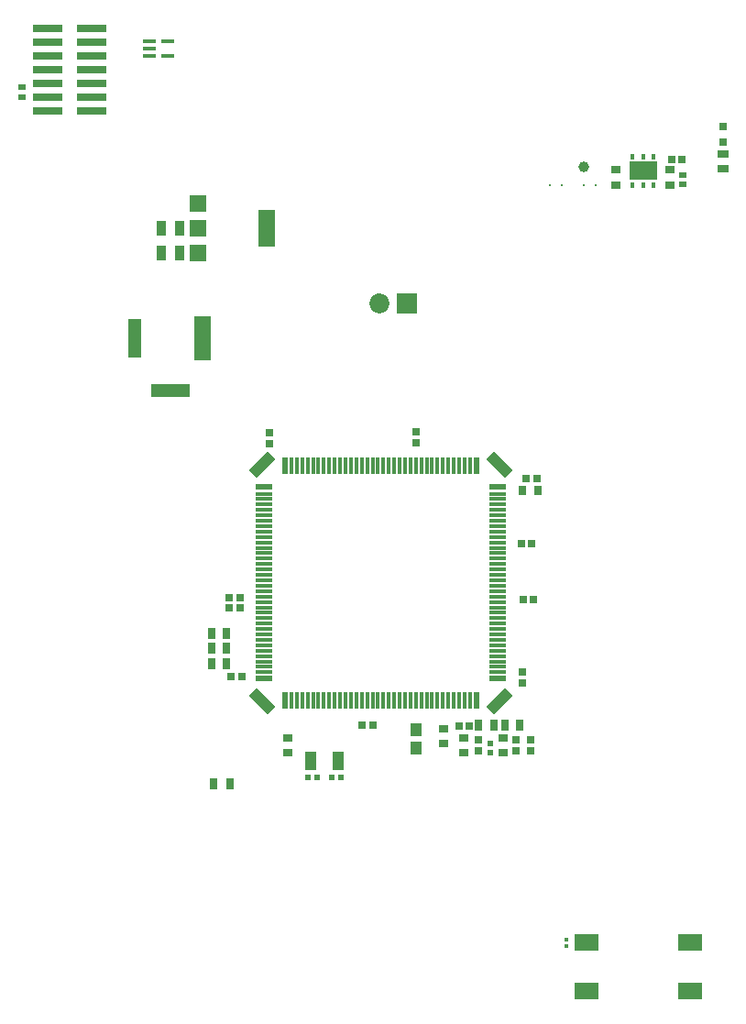
<source format=gbr>
%TF.GenerationSoftware,Altium Limited,Altium Designer,19.1.6 (110)*%
G04 Layer_Color=255*
%FSLAX26Y26*%
%MOIN*%
%TF.FileFunction,Pads,Top*%
%TF.Part,Single*%
G01*
G75*
%TA.AperFunction,SMDPad,CuDef*%
%ADD10R,0.109843X0.029134*%
%ADD11R,0.028346X0.029921*%
%ADD12R,0.043307X0.049213*%
%ADD13R,0.029921X0.028346*%
%ADD14R,0.085039X0.059843*%
%ADD15R,0.064961X0.059055*%
%ADD16R,0.064961X0.137795*%
G04:AMPARAMS|DCode=17|XSize=39.37mil|YSize=98.425mil|CornerRadius=0mil|HoleSize=0mil|Usage=FLASHONLY|Rotation=315.000|XOffset=0mil|YOffset=0mil|HoleType=Round|Shape=Rectangle|*
%AMROTATEDRECTD17*
4,1,4,-0.048718,-0.020879,0.020879,0.048718,0.048718,0.020879,-0.020879,-0.048718,-0.048718,-0.020879,0.0*
%
%ADD17ROTATEDRECTD17*%

G04:AMPARAMS|DCode=18|XSize=39.37mil|YSize=98.425mil|CornerRadius=0mil|HoleSize=0mil|Usage=FLASHONLY|Rotation=225.000|XOffset=0mil|YOffset=0mil|HoleType=Round|Shape=Rectangle|*
%AMROTATEDRECTD18*
4,1,4,-0.020879,0.048718,0.048718,-0.020879,0.020879,-0.048718,-0.048718,0.020879,-0.020879,0.048718,0.0*
%
%ADD18ROTATEDRECTD18*%

%ADD19R,0.011811X0.064961*%
%ADD20R,0.019685X0.064961*%
%ADD21R,0.064961X0.019685*%
%ADD22R,0.064961X0.011811*%
%ADD23R,0.039370X0.070866*%
%ADD24R,0.035433X0.055118*%
%ADD25R,0.035039X0.025197*%
%ADD26R,0.020079X0.022047*%
%ADD27R,0.022047X0.020079*%
%ADD28R,0.031496X0.031496*%
%ADD29R,0.031496X0.031496*%
%ADD30R,0.039370X0.025197*%
%ADD31R,0.027559X0.020079*%
%ADD32R,0.025197X0.039370*%
%ADD33C,0.010000*%
%ADD34C,0.039370*%
%ADD35R,0.098425X0.066929*%
%ADD36R,0.017716X0.019685*%
%ADD37R,0.047244X0.015748*%
%ADD38R,0.012992X0.016732*%
%ADD39R,0.025197X0.035039*%
%ADD40R,0.031496X0.039370*%
%TA.AperFunction,ComponentPad*%
%ADD52R,0.139764X0.051181*%
%ADD53R,0.051181X0.139764*%
%ADD54R,0.061024X0.161417*%
%ADD55C,0.072835*%
%ADD56R,0.072835X0.072835*%
D10*
X172795Y4524956D02*
D03*
Y4574956D02*
D03*
Y4624956D02*
D03*
X332795D02*
D03*
Y4574956D02*
D03*
Y4524956D02*
D03*
Y4674956D02*
D03*
Y4724956D02*
D03*
Y4774956D02*
D03*
Y4824956D02*
D03*
X172795D02*
D03*
Y4774956D02*
D03*
Y4724956D02*
D03*
Y4674956D02*
D03*
D11*
X1738189Y2235827D02*
D03*
Y2197244D02*
D03*
X1927000Y2237291D02*
D03*
Y2198709D02*
D03*
X1509842Y3318307D02*
D03*
Y3356890D02*
D03*
X1897638Y2482874D02*
D03*
Y2444291D02*
D03*
X976378Y3314370D02*
D03*
Y3352953D02*
D03*
X1874000Y2237291D02*
D03*
Y2198709D02*
D03*
D12*
X1510000Y2273465D02*
D03*
Y2206535D02*
D03*
D13*
X870669Y2718504D02*
D03*
X832087D02*
D03*
X870669Y2754921D02*
D03*
X832087D02*
D03*
X1353347Y2291929D02*
D03*
X1314764D02*
D03*
X1894094Y2949803D02*
D03*
X1932677D02*
D03*
X1899709Y2748000D02*
D03*
X1938291D02*
D03*
X1912598Y3188189D02*
D03*
X1951181D02*
D03*
X877291Y2466000D02*
D03*
X838709D02*
D03*
X1706291Y2287000D02*
D03*
X1667709D02*
D03*
X2479291Y4348000D02*
D03*
X2440709D02*
D03*
D14*
X2506803Y1322373D02*
D03*
Y1499538D02*
D03*
X2132787Y1322373D02*
D03*
Y1499538D02*
D03*
D15*
X719134Y4187160D02*
D03*
Y4096609D02*
D03*
Y4006058D02*
D03*
D16*
X969134Y4096609D02*
D03*
D17*
X951025Y3238735D02*
D03*
X1814017Y2375743D02*
D03*
D18*
X951025D02*
D03*
X1814017Y3238735D02*
D03*
D19*
X1392363Y2381058D02*
D03*
X1412048D02*
D03*
X1431733D02*
D03*
X1451418D02*
D03*
X1471103D02*
D03*
X1490788D02*
D03*
X1510473D02*
D03*
X1530159D02*
D03*
X1549843D02*
D03*
X1707324D02*
D03*
X1687639D02*
D03*
X1667954D02*
D03*
X1648269D02*
D03*
X1628584D02*
D03*
X1608899D02*
D03*
X1589214D02*
D03*
X1569529D02*
D03*
X1215198D02*
D03*
X1234883D02*
D03*
X1254568D02*
D03*
X1274253D02*
D03*
X1293938D02*
D03*
X1313623D02*
D03*
X1333308D02*
D03*
X1352993D02*
D03*
X1372678D02*
D03*
X1195513D02*
D03*
X1175828D02*
D03*
X1156143D02*
D03*
X1136458D02*
D03*
X1116773D02*
D03*
X1097088D02*
D03*
X1077403D02*
D03*
X1057717D02*
D03*
X1707322Y3233420D02*
D03*
X1687638D02*
D03*
X1667953D02*
D03*
X1648267D02*
D03*
X1628582D02*
D03*
X1608898D02*
D03*
X1589213D02*
D03*
X1569527D02*
D03*
X1549842D02*
D03*
X1530158D02*
D03*
X1510473D02*
D03*
X1490787D02*
D03*
X1471102D02*
D03*
X1451418D02*
D03*
X1431733D02*
D03*
X1412047D02*
D03*
X1392362D02*
D03*
X1372678D02*
D03*
X1352993D02*
D03*
X1333307D02*
D03*
X1313622D02*
D03*
X1293938D02*
D03*
X1274253D02*
D03*
X1254568D02*
D03*
X1234882D02*
D03*
X1215197D02*
D03*
X1195513D02*
D03*
X1175828D02*
D03*
X1156142D02*
D03*
X1136457D02*
D03*
X1116773D02*
D03*
X1097088D02*
D03*
X1077402D02*
D03*
X1057717D02*
D03*
D20*
X1730946Y2381058D02*
D03*
X1034095D02*
D03*
X1730946Y3233420D02*
D03*
X1034095D02*
D03*
D21*
X1808702Y2458814D02*
D03*
Y3155664D02*
D03*
X956340D02*
D03*
Y2458814D02*
D03*
D22*
X1808702Y2482436D02*
D03*
Y2502122D02*
D03*
Y2521807D02*
D03*
Y2541492D02*
D03*
Y2561177D02*
D03*
Y2580861D02*
D03*
Y2600546D02*
D03*
Y2620231D02*
D03*
Y2639916D02*
D03*
Y2659602D02*
D03*
Y2679287D02*
D03*
Y2698972D02*
D03*
Y2718657D02*
D03*
Y2738341D02*
D03*
Y2758026D02*
D03*
Y2777711D02*
D03*
Y2797396D02*
D03*
Y2817081D02*
D03*
Y2836767D02*
D03*
Y2856452D02*
D03*
Y2876137D02*
D03*
Y2895822D02*
D03*
Y2915506D02*
D03*
Y2935191D02*
D03*
Y2954876D02*
D03*
Y2974561D02*
D03*
Y2994247D02*
D03*
Y3013932D02*
D03*
Y3033617D02*
D03*
Y3053302D02*
D03*
Y3072986D02*
D03*
Y3092671D02*
D03*
Y3112356D02*
D03*
Y3132041D02*
D03*
X956340D02*
D03*
Y3112356D02*
D03*
Y3092671D02*
D03*
Y3072986D02*
D03*
Y3053302D02*
D03*
Y3033617D02*
D03*
Y3013932D02*
D03*
Y2994247D02*
D03*
Y2974561D02*
D03*
Y2954876D02*
D03*
Y2935191D02*
D03*
Y2915506D02*
D03*
Y2895822D02*
D03*
Y2876137D02*
D03*
Y2856452D02*
D03*
Y2836767D02*
D03*
Y2817081D02*
D03*
Y2797396D02*
D03*
Y2777711D02*
D03*
Y2758026D02*
D03*
Y2738341D02*
D03*
Y2718657D02*
D03*
Y2698972D02*
D03*
Y2679287D02*
D03*
Y2659602D02*
D03*
Y2639916D02*
D03*
Y2620231D02*
D03*
Y2600546D02*
D03*
Y2580861D02*
D03*
Y2561177D02*
D03*
Y2541492D02*
D03*
Y2521807D02*
D03*
Y2502122D02*
D03*
Y2482436D02*
D03*
D23*
X1227362Y2161417D02*
D03*
X1128937D02*
D03*
D24*
X584291Y4097404D02*
D03*
X651221D02*
D03*
X584291Y4006853D02*
D03*
X651221D02*
D03*
D25*
X2238819Y4255074D02*
D03*
Y4310192D02*
D03*
X2433701Y4255074D02*
D03*
Y4310192D02*
D03*
X1826772Y2188976D02*
D03*
Y2244095D02*
D03*
X1685039Y2188976D02*
D03*
Y2244095D02*
D03*
X1610000Y2277559D02*
D03*
Y2222441D02*
D03*
X1044291Y2245079D02*
D03*
Y2189961D02*
D03*
D26*
X1117126Y2100394D02*
D03*
X1152559D02*
D03*
X1239173D02*
D03*
X1203740D02*
D03*
D27*
X1782480Y2224409D02*
D03*
Y2188976D02*
D03*
D28*
X2627795Y4467987D02*
D03*
D29*
Y4408932D02*
D03*
D30*
Y4312475D02*
D03*
Y4367593D02*
D03*
D31*
X2482000Y4256283D02*
D03*
Y4291717D02*
D03*
X76417Y4574956D02*
D03*
Y4610389D02*
D03*
D32*
X767386Y2624653D02*
D03*
X822504D02*
D03*
X766732Y2568898D02*
D03*
X821850D02*
D03*
X766732Y2513780D02*
D03*
X821850D02*
D03*
X1834441Y2292000D02*
D03*
X1889559D02*
D03*
X1739173Y2290354D02*
D03*
X1794291D02*
D03*
D33*
X1999646Y4255074D02*
D03*
X2042953D02*
D03*
X2121693D02*
D03*
X2165000D02*
D03*
D34*
X2121693Y4321019D02*
D03*
D35*
X2336535Y4306137D02*
D03*
D36*
X2373937Y4254956D02*
D03*
X2336535D02*
D03*
X2299134D02*
D03*
Y4357318D02*
D03*
X2336535D02*
D03*
X2373937D02*
D03*
D37*
X608898Y4775743D02*
D03*
Y4724562D02*
D03*
X541968D02*
D03*
Y4750152D02*
D03*
Y4775743D02*
D03*
D38*
X2057795Y1487235D02*
D03*
Y1511841D02*
D03*
D39*
X1898622Y3144685D02*
D03*
X1953740D02*
D03*
D40*
X833661Y2075787D02*
D03*
X774606D02*
D03*
D52*
X616772Y3508026D02*
D03*
D53*
X488819Y3697003D02*
D03*
D54*
X734882D02*
D03*
D55*
X1377795Y3824956D02*
D03*
D56*
X1477795D02*
D03*
%TF.MD5,a0c6dab072e8e4a9ff20cce523729481*%
M02*

</source>
